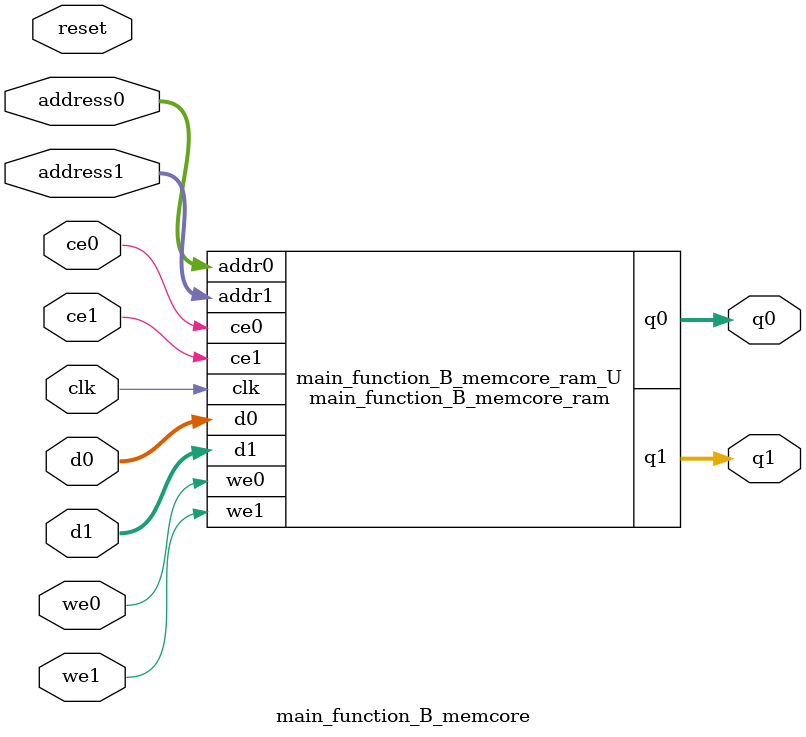
<source format=v>
`timescale 1 ns / 1 ps
module main_function_B_memcore_ram (addr0, ce0, d0, we0, q0, addr1, ce1, d1, we1, q1,  clk);

parameter DWIDTH = 32;
parameter AWIDTH = 4;
parameter MEM_SIZE = 10;

input[AWIDTH-1:0] addr0;
input ce0;
input[DWIDTH-1:0] d0;
input we0;
output reg[DWIDTH-1:0] q0;
input[AWIDTH-1:0] addr1;
input ce1;
input[DWIDTH-1:0] d1;
input we1;
output reg[DWIDTH-1:0] q1;
input clk;

(* ram_style = "distributed" *)reg [DWIDTH-1:0] ram[0:MEM_SIZE-1];




always @(posedge clk)  
begin 
    if (ce0) begin
        if (we0) 
            ram[addr0] <= d0; 
        q0 <= ram[addr0];
    end
end


always @(posedge clk)  
begin 
    if (ce1) begin
        if (we1) 
            ram[addr1] <= d1; 
        q1 <= ram[addr1];
    end
end


endmodule

`timescale 1 ns / 1 ps
module main_function_B_memcore(
    reset,
    clk,
    address0,
    ce0,
    we0,
    d0,
    q0,
    address1,
    ce1,
    we1,
    d1,
    q1);

parameter DataWidth = 32'd32;
parameter AddressRange = 32'd10;
parameter AddressWidth = 32'd4;
input reset;
input clk;
input[AddressWidth - 1:0] address0;
input ce0;
input we0;
input[DataWidth - 1:0] d0;
output[DataWidth - 1:0] q0;
input[AddressWidth - 1:0] address1;
input ce1;
input we1;
input[DataWidth - 1:0] d1;
output[DataWidth - 1:0] q1;



main_function_B_memcore_ram main_function_B_memcore_ram_U(
    .clk( clk ),
    .addr0( address0 ),
    .ce0( ce0 ),
    .we0( we0 ),
    .d0( d0 ),
    .q0( q0 ),
    .addr1( address1 ),
    .ce1( ce1 ),
    .we1( we1 ),
    .d1( d1 ),
    .q1( q1 ));

endmodule


</source>
